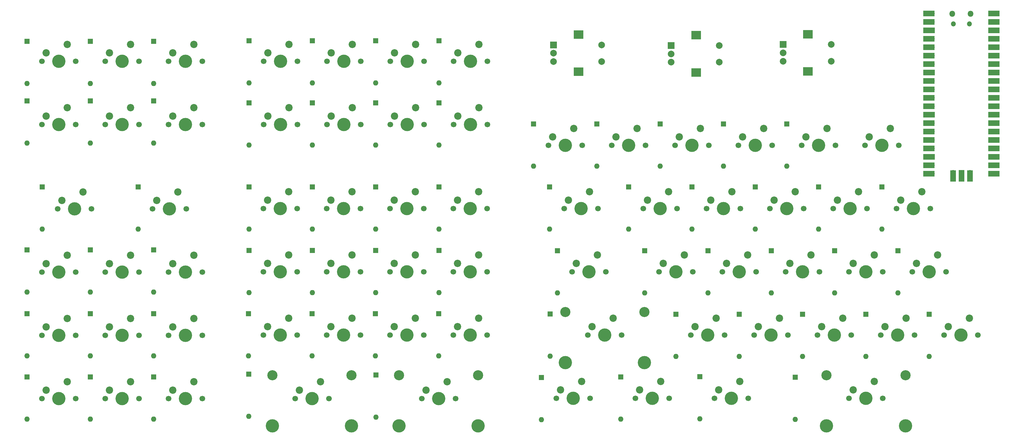
<source format=gbr>
%TF.GenerationSoftware,KiCad,Pcbnew,8.99.0-3334-g98ae574c78*%
%TF.CreationDate,2025-06-08T23:29:47-05:00*%
%TF.ProjectId,CircuitCyboard,43697263-7569-4744-9379-626f6172642e,1*%
%TF.SameCoordinates,Original*%
%TF.FileFunction,Soldermask,Top*%
%TF.FilePolarity,Negative*%
%FSLAX46Y46*%
G04 Gerber Fmt 4.6, Leading zero omitted, Abs format (unit mm)*
G04 Created by KiCad (PCBNEW 8.99.0-3334-g98ae574c78) date 2025-06-08 23:29:47*
%MOMM*%
%LPD*%
G01*
G04 APERTURE LIST*
%ADD10C,1.700000*%
%ADD11C,4.000000*%
%ADD12C,2.200000*%
%ADD13R,2.000000X2.000000*%
%ADD14C,2.000000*%
%ADD15R,3.000000X2.500000*%
%ADD16C,3.050000*%
%ADD17O,1.800000X1.800000*%
%ADD18O,1.500000X1.500000*%
%ADD19O,1.700000X1.700000*%
%ADD20R,3.500000X1.700000*%
%ADD21R,1.700000X1.700000*%
%ADD22R,1.700000X3.500000*%
%ADD23R,1.600000X1.600000*%
%ADD24O,1.600000X1.600000*%
G04 APERTURE END LIST*
D10*
%TO.C,SW13*%
X61540000Y-124650000D03*
D11*
X66620000Y-124650000D03*
D10*
X71700000Y-124650000D03*
D12*
X69160000Y-119570000D03*
X62810000Y-122110000D03*
%TD*%
D10*
%TO.C,SW20*%
X147310000Y-42102500D03*
D11*
X152390000Y-42102500D03*
D10*
X157470000Y-42102500D03*
D12*
X154930000Y-37022500D03*
X148580000Y-39562500D03*
%TD*%
D10*
%TO.C,SW45*%
X199656500Y-86547500D03*
D11*
X204736500Y-86547500D03*
D10*
X209816500Y-86547500D03*
D12*
X207276500Y-81467500D03*
X200926500Y-84007500D03*
%TD*%
D10*
%TO.C,SW61*%
X294906000Y-124647500D03*
D11*
X299986000Y-124647500D03*
D10*
X305066000Y-124647500D03*
D12*
X302526000Y-119567500D03*
X296176000Y-122107500D03*
%TD*%
D10*
%TO.C,SW36*%
X147265000Y-124647500D03*
D11*
X152345000Y-124647500D03*
D10*
X157425000Y-124647500D03*
D12*
X154885000Y-119567500D03*
X148535000Y-122107500D03*
%TD*%
D13*
%TO.C,SW68*%
X196450000Y-37200000D03*
D14*
X196450000Y-42200000D03*
X196450000Y-39700000D03*
D15*
X203950000Y-34100000D03*
X203950000Y-45300000D03*
D14*
X210950000Y-37200000D03*
X210950000Y-42200000D03*
%TD*%
D10*
%TO.C,SW26*%
X109165000Y-86547500D03*
D11*
X114245000Y-86547500D03*
D10*
X119325000Y-86547500D03*
D12*
X116785000Y-81467500D03*
X110435000Y-84007500D03*
%TD*%
D10*
%TO.C,SW7*%
X47252500Y-86550000D03*
D11*
X52332500Y-86550000D03*
D10*
X57412500Y-86550000D03*
D12*
X54872500Y-81470000D03*
X48522500Y-84010000D03*
%TD*%
D13*
%TO.C,SW70*%
X265500000Y-37100000D03*
D14*
X265500000Y-42100000D03*
X265500000Y-39600000D03*
D15*
X273000000Y-34000000D03*
X273000000Y-45200000D03*
D14*
X280000000Y-37100000D03*
X280000000Y-42100000D03*
%TD*%
D10*
%TO.C,SW9*%
X42490000Y-105600000D03*
D11*
X47570000Y-105600000D03*
D10*
X52650000Y-105600000D03*
D12*
X50110000Y-100520000D03*
X43760000Y-103060000D03*
%TD*%
D10*
%TO.C,SW11*%
X80590000Y-105600000D03*
D11*
X85670000Y-105600000D03*
D10*
X90750000Y-105600000D03*
D12*
X88210000Y-100520000D03*
X81860000Y-103060000D03*
%TD*%
D10*
%TO.C,SW63*%
X197275300Y-143697500D03*
D11*
X202355300Y-143697500D03*
D10*
X207435300Y-143697500D03*
D12*
X204895300Y-138617500D03*
X198545300Y-141157500D03*
%TD*%
D10*
%TO.C,SW22*%
X109210000Y-61152500D03*
D11*
X114290000Y-61152500D03*
D10*
X119370000Y-61152500D03*
D12*
X116830000Y-56072500D03*
X110480000Y-58612500D03*
%TD*%
D10*
%TO.C,SW56*%
X304432000Y-105597500D03*
D11*
X309512000Y-105597500D03*
D10*
X314592000Y-105597500D03*
D12*
X312052000Y-100517500D03*
X305702000Y-103057500D03*
%TD*%
D10*
%TO.C,SW29*%
X166315000Y-86547500D03*
D11*
X171395000Y-86547500D03*
D10*
X176475000Y-86547500D03*
D12*
X173935000Y-81467500D03*
X167585000Y-84007500D03*
%TD*%
D10*
%TO.C,SW37*%
X166315000Y-124647500D03*
D11*
X171395000Y-124647500D03*
D10*
X176475000Y-124647500D03*
D12*
X173935000Y-119567500D03*
X167585000Y-122107500D03*
%TD*%
D10*
%TO.C,SW21*%
X166360000Y-42102500D03*
D11*
X171440000Y-42102500D03*
D10*
X176520000Y-42102500D03*
D12*
X173980000Y-37022500D03*
X167630000Y-39562500D03*
%TD*%
D10*
%TO.C,SW43*%
X271094000Y-67497500D03*
D11*
X276174000Y-67497500D03*
D10*
X281254000Y-67497500D03*
D12*
X278714000Y-62417500D03*
X272364000Y-64957500D03*
%TD*%
D10*
%TO.C,SW17*%
X80590000Y-143700000D03*
D11*
X85670000Y-143700000D03*
D10*
X90750000Y-143700000D03*
D12*
X88210000Y-138620000D03*
X81860000Y-141160000D03*
%TD*%
D16*
%TO.C,SW39*%
X149980000Y-136700000D03*
D11*
X149980000Y-151940000D03*
D10*
X156800000Y-143700000D03*
D11*
X161880000Y-143700000D03*
D10*
X166960000Y-143700000D03*
D16*
X173780000Y-136700000D03*
D11*
X173780000Y-151940000D03*
D12*
X164420000Y-138620000D03*
X158070000Y-141160000D03*
%TD*%
D10*
%TO.C,SW59*%
X256806000Y-124647500D03*
D11*
X261886000Y-124647500D03*
D10*
X266966000Y-124647500D03*
D12*
X264426000Y-119567500D03*
X258076000Y-122107500D03*
%TD*%
D10*
%TO.C,SW54*%
X266332000Y-105597500D03*
D11*
X271412000Y-105597500D03*
D10*
X276492000Y-105597500D03*
D12*
X273952000Y-100517500D03*
X267602000Y-103057500D03*
%TD*%
D10*
%TO.C,SW49*%
X280619000Y-86547500D03*
D11*
X285699000Y-86547500D03*
D10*
X290779000Y-86547500D03*
D12*
X288239000Y-81467500D03*
X281889000Y-84007500D03*
%TD*%
D10*
%TO.C,SW2*%
X61540000Y-42100000D03*
D11*
X66620000Y-42100000D03*
D10*
X71700000Y-42100000D03*
D12*
X69160000Y-37020000D03*
X62810000Y-39560000D03*
%TD*%
D10*
%TO.C,SW32*%
X147265000Y-105597500D03*
D11*
X152345000Y-105597500D03*
D10*
X157425000Y-105597500D03*
D12*
X154885000Y-100517500D03*
X148535000Y-103057500D03*
%TD*%
D10*
%TO.C,SW25*%
X166360000Y-61152500D03*
D11*
X171440000Y-61152500D03*
D10*
X176520000Y-61152500D03*
D12*
X173980000Y-56072500D03*
X167630000Y-58612500D03*
%TD*%
D10*
%TO.C,SW58*%
X237756000Y-124647500D03*
D11*
X242836000Y-124647500D03*
D10*
X247916000Y-124647500D03*
D12*
X245376000Y-119567500D03*
X239026000Y-122107500D03*
%TD*%
D10*
%TO.C,SW55*%
X285382000Y-105597500D03*
D11*
X290462000Y-105597500D03*
D10*
X295542000Y-105597500D03*
D12*
X293002000Y-100517500D03*
X286652000Y-103057500D03*
%TD*%
D10*
%TO.C,SW33*%
X166315000Y-105597500D03*
D11*
X171395000Y-105597500D03*
D10*
X176475000Y-105597500D03*
D12*
X173935000Y-100517500D03*
X167585000Y-103057500D03*
%TD*%
D10*
%TO.C,SW44*%
X290144000Y-67497500D03*
D11*
X295224000Y-67497500D03*
D10*
X300304000Y-67497500D03*
D12*
X297764000Y-62417500D03*
X291414000Y-64957500D03*
%TD*%
D10*
%TO.C,SW42*%
X252044000Y-67497500D03*
D11*
X257124000Y-67497500D03*
D10*
X262204000Y-67497500D03*
D12*
X259664000Y-62417500D03*
X253314000Y-64957500D03*
%TD*%
D10*
%TO.C,SW18*%
X109210000Y-42102500D03*
D11*
X114290000Y-42102500D03*
D10*
X119370000Y-42102500D03*
D12*
X116830000Y-37022500D03*
X110480000Y-39562500D03*
%TD*%
D10*
%TO.C,SW24*%
X147310000Y-61152500D03*
D11*
X152390000Y-61152500D03*
D10*
X157470000Y-61152500D03*
D12*
X154930000Y-56072500D03*
X148580000Y-58612500D03*
%TD*%
D10*
%TO.C,SW30*%
X109165000Y-105597500D03*
D11*
X114245000Y-105597500D03*
D10*
X119325000Y-105597500D03*
D12*
X116785000Y-100517500D03*
X110435000Y-103057500D03*
%TD*%
D10*
%TO.C,SW47*%
X242519000Y-86547500D03*
D11*
X247599000Y-86547500D03*
D10*
X252679000Y-86547500D03*
D12*
X250139000Y-81467500D03*
X243789000Y-84007500D03*
%TD*%
D10*
%TO.C,SW1*%
X42490000Y-42100000D03*
D11*
X47570000Y-42100000D03*
D10*
X52650000Y-42100000D03*
D12*
X50110000Y-37020000D03*
X43760000Y-39560000D03*
%TD*%
D10*
%TO.C,SW19*%
X128260000Y-42102500D03*
D11*
X133340000Y-42102500D03*
D10*
X138420000Y-42102500D03*
D12*
X135880000Y-37022500D03*
X129530000Y-39562500D03*
%TD*%
D16*
%TO.C,SW66*%
X278545400Y-136697500D03*
D11*
X278545400Y-151937500D03*
D10*
X285365400Y-143697500D03*
D11*
X290445400Y-143697500D03*
D10*
X295525400Y-143697500D03*
D16*
X302345400Y-136697500D03*
D11*
X302345400Y-151937500D03*
D12*
X292985400Y-138617500D03*
X286635400Y-141157500D03*
%TD*%
D10*
%TO.C,SW3*%
X80590000Y-42100000D03*
D11*
X85670000Y-42100000D03*
D10*
X90750000Y-42100000D03*
D12*
X88210000Y-37020000D03*
X81860000Y-39560000D03*
%TD*%
D10*
%TO.C,SW52*%
X228232000Y-105597500D03*
D11*
X233312000Y-105597500D03*
D10*
X238392000Y-105597500D03*
D12*
X235852000Y-100517500D03*
X229502000Y-103057500D03*
%TD*%
D10*
%TO.C,SW14*%
X80590000Y-124650000D03*
D11*
X85670000Y-124650000D03*
D10*
X90750000Y-124650000D03*
D12*
X88210000Y-119570000D03*
X81860000Y-122110000D03*
%TD*%
D10*
%TO.C,SW53*%
X247282000Y-105597500D03*
D11*
X252362000Y-105597500D03*
D10*
X257442000Y-105597500D03*
D12*
X254902000Y-100517500D03*
X248552000Y-103057500D03*
%TD*%
D10*
%TO.C,SW8*%
X75827500Y-86550000D03*
D11*
X80907500Y-86550000D03*
D10*
X85987500Y-86550000D03*
D12*
X83447500Y-81470000D03*
X77097500Y-84010000D03*
%TD*%
D16*
%TO.C,SW57*%
X200000000Y-117642500D03*
D11*
X200000000Y-132882500D03*
D10*
X206820000Y-124642500D03*
D11*
X211900000Y-124642500D03*
D10*
X216980000Y-124642500D03*
D16*
X223800000Y-117642500D03*
D11*
X223800000Y-132882500D03*
D12*
X214440000Y-119562500D03*
X208090000Y-122102500D03*
%TD*%
D10*
%TO.C,SW16*%
X61540000Y-143700000D03*
D11*
X66620000Y-143700000D03*
D10*
X71700000Y-143700000D03*
D12*
X69160000Y-138620000D03*
X62810000Y-141160000D03*
%TD*%
D10*
%TO.C,SW6*%
X80590000Y-61150000D03*
D11*
X85670000Y-61150000D03*
D10*
X90750000Y-61150000D03*
D12*
X88210000Y-56070000D03*
X81860000Y-58610000D03*
%TD*%
D10*
%TO.C,SW65*%
X244899300Y-143697500D03*
D11*
X249979300Y-143697500D03*
D10*
X255059300Y-143697500D03*
D12*
X252519300Y-138617500D03*
X246169300Y-141157500D03*
%TD*%
D10*
%TO.C,SW48*%
X261569000Y-86547500D03*
D11*
X266649000Y-86547500D03*
D10*
X271729000Y-86547500D03*
D12*
X269189000Y-81467500D03*
X262839000Y-84007500D03*
%TD*%
D10*
%TO.C,SW64*%
X221087300Y-143697500D03*
D11*
X226167300Y-143697500D03*
D10*
X231247300Y-143697500D03*
D12*
X228707300Y-138617500D03*
X222357300Y-141157500D03*
%TD*%
D10*
%TO.C,SW41*%
X232994000Y-67497500D03*
D11*
X238074000Y-67497500D03*
D10*
X243154000Y-67497500D03*
D12*
X240614000Y-62417500D03*
X234264000Y-64957500D03*
%TD*%
D10*
%TO.C,SW4*%
X42490000Y-61150000D03*
D11*
X47570000Y-61150000D03*
D10*
X52650000Y-61150000D03*
D12*
X50110000Y-56070000D03*
X43760000Y-58610000D03*
%TD*%
D10*
%TO.C,SW10*%
X61540000Y-105600000D03*
D11*
X66620000Y-105600000D03*
D10*
X71700000Y-105600000D03*
D12*
X69160000Y-100520000D03*
X62810000Y-103060000D03*
%TD*%
D10*
%TO.C,SW60*%
X275856000Y-124647500D03*
D11*
X280936000Y-124647500D03*
D10*
X286016000Y-124647500D03*
D12*
X283476000Y-119567500D03*
X277126000Y-122107500D03*
%TD*%
D13*
%TO.C,SW69*%
X231850000Y-37400000D03*
D14*
X231850000Y-42400000D03*
X231850000Y-39900000D03*
D15*
X239350000Y-34300000D03*
X239350000Y-45500000D03*
D14*
X246350000Y-37400000D03*
X246350000Y-42400000D03*
%TD*%
D10*
%TO.C,SW67*%
X194894000Y-67497500D03*
D11*
X199974000Y-67497500D03*
D10*
X205054000Y-67497500D03*
D12*
X202514000Y-62417500D03*
X196164000Y-64957500D03*
%TD*%
D10*
%TO.C,SW27*%
X128215000Y-86547500D03*
D11*
X133295000Y-86547500D03*
D10*
X138375000Y-86547500D03*
D12*
X135835000Y-81467500D03*
X129485000Y-84007500D03*
%TD*%
D10*
%TO.C,SW35*%
X128215000Y-124647500D03*
D11*
X133295000Y-124647500D03*
D10*
X138375000Y-124647500D03*
D12*
X135835000Y-119567500D03*
X129485000Y-122107500D03*
%TD*%
D10*
%TO.C,SW62*%
X313956000Y-124647500D03*
D11*
X319036000Y-124647500D03*
D10*
X324116000Y-124647500D03*
D12*
X321576000Y-119567500D03*
X315226000Y-122107500D03*
%TD*%
D10*
%TO.C,SW5*%
X61540000Y-61150000D03*
D11*
X66620000Y-61150000D03*
D10*
X71700000Y-61150000D03*
D12*
X69160000Y-56070000D03*
X62810000Y-58610000D03*
%TD*%
D10*
%TO.C,SW40*%
X213944000Y-67497500D03*
D11*
X219024000Y-67497500D03*
D10*
X224104000Y-67497500D03*
D12*
X221564000Y-62417500D03*
X215214000Y-64957500D03*
%TD*%
D10*
%TO.C,SW34*%
X109165000Y-124647500D03*
D11*
X114245000Y-124647500D03*
D10*
X119325000Y-124647500D03*
D12*
X116785000Y-119567500D03*
X110435000Y-122107500D03*
%TD*%
D10*
%TO.C,SW46*%
X223469000Y-86547500D03*
D11*
X228549000Y-86547500D03*
D10*
X233629000Y-86547500D03*
D12*
X231089000Y-81467500D03*
X224739000Y-84007500D03*
%TD*%
D10*
%TO.C,SW23*%
X128260000Y-61152500D03*
D11*
X133340000Y-61152500D03*
D10*
X138420000Y-61152500D03*
D12*
X135880000Y-56072500D03*
X129530000Y-58612500D03*
%TD*%
D10*
%TO.C,SW12*%
X42490000Y-124650000D03*
D11*
X47570000Y-124650000D03*
D10*
X52650000Y-124650000D03*
D12*
X50110000Y-119570000D03*
X43760000Y-122110000D03*
%TD*%
D10*
%TO.C,SW15*%
X42490000Y-143700000D03*
D11*
X47570000Y-143700000D03*
D10*
X52650000Y-143700000D03*
D12*
X50110000Y-138620000D03*
X43760000Y-141160000D03*
%TD*%
D17*
%TO.C,U1*%
X316465000Y-27850000D03*
D18*
X316765000Y-30880000D03*
X321615000Y-30880000D03*
D17*
X321915000Y-27850000D03*
D19*
X310300000Y-27720000D03*
D20*
X309400000Y-27720000D03*
D19*
X310300000Y-30260000D03*
D20*
X309400000Y-30260000D03*
D21*
X310300000Y-32800000D03*
D20*
X309400000Y-32800000D03*
D19*
X310300000Y-35340000D03*
D20*
X309400000Y-35340000D03*
D19*
X310300000Y-37880000D03*
D20*
X309400000Y-37880000D03*
D19*
X310300000Y-40420000D03*
D20*
X309400000Y-40420000D03*
D19*
X310300000Y-42960000D03*
D20*
X309400000Y-42960000D03*
D21*
X310300000Y-45500000D03*
D20*
X309400000Y-45500000D03*
D19*
X310300000Y-48040000D03*
D20*
X309400000Y-48040000D03*
D19*
X310300000Y-50580000D03*
D20*
X309400000Y-50580000D03*
D19*
X310300000Y-53120000D03*
D20*
X309400000Y-53120000D03*
D19*
X310300000Y-55660000D03*
D20*
X309400000Y-55660000D03*
D21*
X310300000Y-58200000D03*
D20*
X309400000Y-58200000D03*
D19*
X310300000Y-60740000D03*
D20*
X309400000Y-60740000D03*
D19*
X310300000Y-63280000D03*
D20*
X309400000Y-63280000D03*
D19*
X310300000Y-65820000D03*
D20*
X309400000Y-65820000D03*
D19*
X310300000Y-68360000D03*
D20*
X309400000Y-68360000D03*
D21*
X310300000Y-70900000D03*
D20*
X309400000Y-70900000D03*
D19*
X310300000Y-73440000D03*
D20*
X309400000Y-73440000D03*
D19*
X310300000Y-75980000D03*
D20*
X309400000Y-75980000D03*
D19*
X328080000Y-75980000D03*
D20*
X328980000Y-75980000D03*
D19*
X328080000Y-73440000D03*
D20*
X328980000Y-73440000D03*
D21*
X328080000Y-70900000D03*
D20*
X328980000Y-70900000D03*
D19*
X328080000Y-68360000D03*
D20*
X328980000Y-68360000D03*
D19*
X328080000Y-65820000D03*
D20*
X328980000Y-65820000D03*
D19*
X328080000Y-63280000D03*
D20*
X328980000Y-63280000D03*
D19*
X328080000Y-60740000D03*
D20*
X328980000Y-60740000D03*
D21*
X328080000Y-58200000D03*
D20*
X328980000Y-58200000D03*
D19*
X328080000Y-55660000D03*
D20*
X328980000Y-55660000D03*
D19*
X328080000Y-53120000D03*
D20*
X328980000Y-53120000D03*
D19*
X328080000Y-50580000D03*
D20*
X328980000Y-50580000D03*
D19*
X328080000Y-48040000D03*
D20*
X328980000Y-48040000D03*
D21*
X328080000Y-45500000D03*
D20*
X328980000Y-45500000D03*
D19*
X328080000Y-42960000D03*
D20*
X328980000Y-42960000D03*
D19*
X328080000Y-40420000D03*
D20*
X328980000Y-40420000D03*
D19*
X328080000Y-37880000D03*
D20*
X328980000Y-37880000D03*
D19*
X328080000Y-35340000D03*
D20*
X328980000Y-35340000D03*
D21*
X328080000Y-32800000D03*
D20*
X328980000Y-32800000D03*
D19*
X328080000Y-30260000D03*
D20*
X328980000Y-30260000D03*
D19*
X328080000Y-27720000D03*
D20*
X328980000Y-27720000D03*
D19*
X316650000Y-75750000D03*
D22*
X316650000Y-76650000D03*
D21*
X319190000Y-75750000D03*
D22*
X319190000Y-76650000D03*
D19*
X321730000Y-75750000D03*
D22*
X321730000Y-76650000D03*
%TD*%
D10*
%TO.C,SW50*%
X299669000Y-86547500D03*
D11*
X304749000Y-86547500D03*
D10*
X309829000Y-86547500D03*
D12*
X307289000Y-81467500D03*
X300939000Y-84007500D03*
%TD*%
D10*
%TO.C,SW51*%
X202038000Y-105597500D03*
D11*
X207118000Y-105597500D03*
D10*
X212198000Y-105597500D03*
D12*
X209658000Y-100517500D03*
X203308000Y-103057500D03*
%TD*%
D16*
%TO.C,SW38*%
X111900000Y-136700000D03*
D11*
X111900000Y-151940000D03*
D10*
X118720000Y-143700000D03*
D11*
X123800000Y-143700000D03*
D10*
X128880000Y-143700000D03*
D16*
X135700000Y-136700000D03*
D11*
X135700000Y-151940000D03*
D12*
X126340000Y-138620000D03*
X119990000Y-141160000D03*
%TD*%
D10*
%TO.C,SW28*%
X147265000Y-86547500D03*
D11*
X152345000Y-86547500D03*
D10*
X157425000Y-86547500D03*
D12*
X154885000Y-81467500D03*
X148535000Y-84007500D03*
%TD*%
D10*
%TO.C,SW31*%
X128215000Y-105597500D03*
D11*
X133295000Y-105597500D03*
D10*
X138375000Y-105597500D03*
D12*
X135835000Y-100517500D03*
X129485000Y-103057500D03*
%TD*%
D23*
%TO.C,D13*%
X57100000Y-118200000D03*
D24*
X57100000Y-130900000D03*
%TD*%
D23*
%TO.C,D3*%
X76150000Y-36100000D03*
D24*
X76150000Y-48800000D03*
%TD*%
D23*
%TO.C,D31*%
X123900000Y-99150000D03*
D24*
X123900000Y-111850000D03*
%TD*%
D23*
%TO.C,D7*%
X42650000Y-80000000D03*
D24*
X42650000Y-92700000D03*
%TD*%
D23*
%TO.C,D52*%
X223850000Y-99200000D03*
D24*
X223850000Y-111900000D03*
%TD*%
D23*
%TO.C,D8*%
X71450000Y-80000000D03*
D24*
X71450000Y-92700000D03*
%TD*%
D23*
%TO.C,D15*%
X38050000Y-137200000D03*
D24*
X38050000Y-149900000D03*
%TD*%
D23*
%TO.C,D64*%
X216650000Y-137200000D03*
D24*
X216650000Y-149900000D03*
%TD*%
D23*
%TO.C,D51*%
X197650000Y-99200000D03*
D24*
X197650000Y-111900000D03*
%TD*%
D23*
%TO.C,D57*%
X195400000Y-118250000D03*
D24*
X195400000Y-130950000D03*
%TD*%
D23*
%TO.C,D56*%
X300050000Y-99200000D03*
D24*
X300050000Y-111900000D03*
%TD*%
D23*
%TO.C,D58*%
X233250000Y-118350000D03*
D24*
X233250000Y-131050000D03*
%TD*%
D23*
%TO.C,D45*%
X195250000Y-80000000D03*
D24*
X195250000Y-92700000D03*
%TD*%
D23*
%TO.C,D10*%
X57100000Y-98950000D03*
D24*
X57100000Y-111650000D03*
%TD*%
D23*
%TO.C,D34*%
X104650000Y-118200000D03*
D24*
X104650000Y-130900000D03*
%TD*%
D23*
%TO.C,D16*%
X57100000Y-137200000D03*
D24*
X57100000Y-149900000D03*
%TD*%
D23*
%TO.C,D36*%
X142900000Y-118200000D03*
D24*
X142900000Y-130900000D03*
%TD*%
D23*
%TO.C,D22*%
X104850000Y-54700000D03*
D24*
X104850000Y-67400000D03*
%TD*%
D23*
%TO.C,D1*%
X38050000Y-36100000D03*
D24*
X38050000Y-48800000D03*
%TD*%
D23*
%TO.C,D61*%
X290400000Y-118350000D03*
D24*
X290400000Y-131050000D03*
%TD*%
D23*
%TO.C,D46*%
X219050000Y-80000000D03*
D24*
X219050000Y-92700000D03*
%TD*%
D23*
%TO.C,D30*%
X104850000Y-99150000D03*
D24*
X104850000Y-111850000D03*
%TD*%
D23*
%TO.C,D21*%
X162000000Y-35950000D03*
D24*
X162000000Y-48650000D03*
%TD*%
D23*
%TO.C,D11*%
X76150000Y-98950000D03*
D24*
X76150000Y-111650000D03*
%TD*%
D23*
%TO.C,D59*%
X252300000Y-118350000D03*
D24*
X252300000Y-131050000D03*
%TD*%
D23*
%TO.C,D26*%
X104850000Y-80000000D03*
D24*
X104850000Y-92700000D03*
%TD*%
D23*
%TO.C,D63*%
X192850000Y-137350000D03*
D24*
X192850000Y-150050000D03*
%TD*%
D23*
%TO.C,D38*%
X104800000Y-136400000D03*
D24*
X104800000Y-149100000D03*
%TD*%
D23*
%TO.C,D5*%
X57100000Y-54100000D03*
D24*
X57100000Y-66800000D03*
%TD*%
D23*
%TO.C,D55*%
X281000000Y-99200000D03*
D24*
X281000000Y-111900000D03*
%TD*%
D23*
%TO.C,D24*%
X142950000Y-54700000D03*
D24*
X142950000Y-67400000D03*
%TD*%
D23*
%TO.C,D60*%
X271350000Y-118350000D03*
D24*
X271350000Y-131050000D03*
%TD*%
D23*
%TO.C,D37*%
X161950000Y-118200000D03*
D24*
X161950000Y-130900000D03*
%TD*%
D23*
%TO.C,D2*%
X57100000Y-36100000D03*
D24*
X57100000Y-48800000D03*
%TD*%
D23*
%TO.C,D12*%
X38050000Y-118200000D03*
D24*
X38050000Y-130900000D03*
%TD*%
D23*
%TO.C,D14*%
X76150000Y-118200000D03*
D24*
X76150000Y-130900000D03*
%TD*%
D23*
%TO.C,D9*%
X38050000Y-98950000D03*
D24*
X38050000Y-111650000D03*
%TD*%
D23*
%TO.C,D33*%
X162000000Y-99150000D03*
D24*
X162000000Y-111850000D03*
%TD*%
D23*
%TO.C,D67*%
X190450000Y-61000000D03*
D24*
X190450000Y-73700000D03*
%TD*%
D23*
%TO.C,D29*%
X162000000Y-80000000D03*
D24*
X162000000Y-92700000D03*
%TD*%
D23*
%TO.C,D27*%
X123900000Y-80000000D03*
D24*
X123900000Y-92700000D03*
%TD*%
D23*
%TO.C,D40*%
X209500000Y-61000000D03*
D24*
X209500000Y-73700000D03*
%TD*%
D23*
%TO.C,D23*%
X123900000Y-54700000D03*
D24*
X123900000Y-67400000D03*
%TD*%
D23*
%TO.C,D41*%
X228550000Y-61000000D03*
D24*
X228550000Y-73700000D03*
%TD*%
D23*
%TO.C,D35*%
X123850000Y-118200000D03*
D24*
X123850000Y-130900000D03*
%TD*%
D23*
%TO.C,D20*%
X142950000Y-35950000D03*
D24*
X142950000Y-48650000D03*
%TD*%
D23*
%TO.C,D47*%
X238100000Y-80000000D03*
D24*
X238100000Y-92700000D03*
%TD*%
D23*
%TO.C,D39*%
X143000000Y-136600000D03*
D24*
X143000000Y-149300000D03*
%TD*%
D23*
%TO.C,D28*%
X142950000Y-80000000D03*
D24*
X142950000Y-92700000D03*
%TD*%
D23*
%TO.C,D66*%
X269200000Y-137300000D03*
D24*
X269200000Y-150000000D03*
%TD*%
D23*
%TO.C,D65*%
X240450000Y-137150000D03*
D24*
X240450000Y-149850000D03*
%TD*%
D23*
%TO.C,D42*%
X247600000Y-61000000D03*
D24*
X247600000Y-73700000D03*
%TD*%
D23*
%TO.C,D50*%
X295250000Y-80000000D03*
D24*
X295250000Y-92700000D03*
%TD*%
D23*
%TO.C,D18*%
X104850000Y-35950000D03*
D24*
X104850000Y-48650000D03*
%TD*%
D23*
%TO.C,D49*%
X276200000Y-80000000D03*
D24*
X276200000Y-92700000D03*
%TD*%
D23*
%TO.C,D53*%
X242900000Y-99200000D03*
D24*
X242900000Y-111900000D03*
%TD*%
D23*
%TO.C,D32*%
X142950000Y-99150000D03*
D24*
X142950000Y-111850000D03*
%TD*%
D23*
%TO.C,D25*%
X162000000Y-54700000D03*
D24*
X162000000Y-67400000D03*
%TD*%
D23*
%TO.C,D6*%
X76150000Y-54100000D03*
D24*
X76150000Y-66800000D03*
%TD*%
D23*
%TO.C,D17*%
X76150000Y-137200000D03*
D24*
X76150000Y-149900000D03*
%TD*%
D23*
%TO.C,D4*%
X38050000Y-54100000D03*
D24*
X38050000Y-66800000D03*
%TD*%
D23*
%TO.C,D62*%
X309450000Y-118350000D03*
D24*
X309450000Y-131050000D03*
%TD*%
D23*
%TO.C,D19*%
X123900000Y-35950000D03*
D24*
X123900000Y-48650000D03*
%TD*%
D23*
%TO.C,D48*%
X257150000Y-80000000D03*
D24*
X257150000Y-92700000D03*
%TD*%
D23*
%TO.C,D54*%
X261950000Y-99200000D03*
D24*
X261950000Y-111900000D03*
%TD*%
D23*
%TO.C,D43*%
X266650000Y-61000000D03*
D24*
X266650000Y-73700000D03*
%TD*%
M02*

</source>
